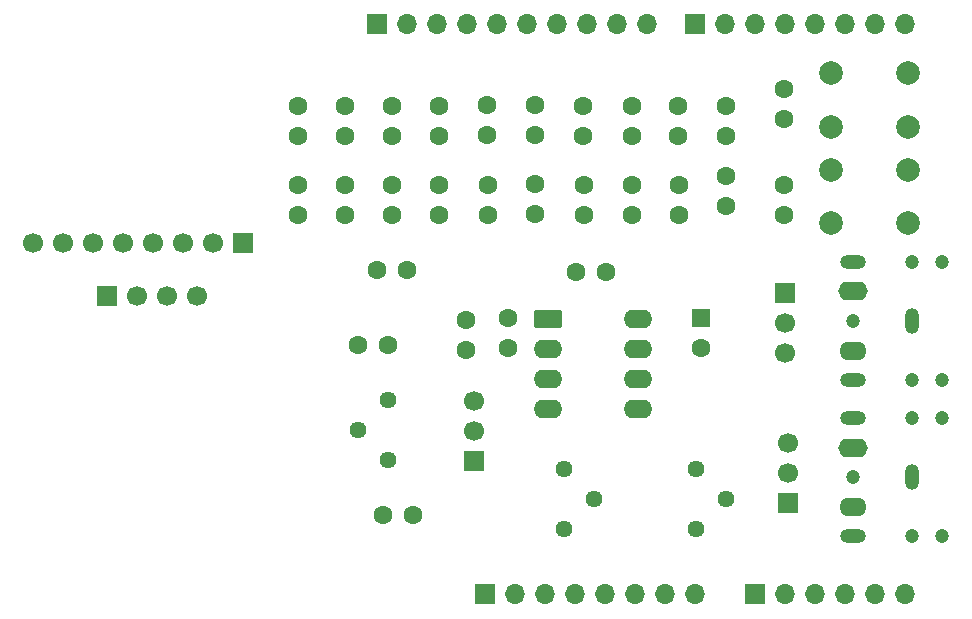
<source format=gbr>
%TF.GenerationSoftware,KiCad,Pcbnew,9.0.7*%
%TF.CreationDate,2026-02-04T17:26:36-07:00*%
%TF.ProjectId,Uno_Shield_DSP_Class_v1,556e6f5f-5368-4696-956c-645f4453505f,rev?*%
%TF.SameCoordinates,Original*%
%TF.FileFunction,Soldermask,Bot*%
%TF.FilePolarity,Negative*%
%FSLAX46Y46*%
G04 Gerber Fmt 4.6, Leading zero omitted, Abs format (unit mm)*
G04 Created by KiCad (PCBNEW 9.0.7) date 2026-02-04 17:26:36*
%MOMM*%
%LPD*%
G01*
G04 APERTURE LIST*
G04 Aperture macros list*
%AMRoundRect*
0 Rectangle with rounded corners*
0 $1 Rounding radius*
0 $2 $3 $4 $5 $6 $7 $8 $9 X,Y pos of 4 corners*
0 Add a 4 corners polygon primitive as box body*
4,1,4,$2,$3,$4,$5,$6,$7,$8,$9,$2,$3,0*
0 Add four circle primitives for the rounded corners*
1,1,$1+$1,$2,$3*
1,1,$1+$1,$4,$5*
1,1,$1+$1,$6,$7*
1,1,$1+$1,$8,$9*
0 Add four rect primitives between the rounded corners*
20,1,$1+$1,$2,$3,$4,$5,0*
20,1,$1+$1,$4,$5,$6,$7,0*
20,1,$1+$1,$6,$7,$8,$9,0*
20,1,$1+$1,$8,$9,$2,$3,0*%
G04 Aperture macros list end*
%ADD10R,1.700000X1.700000*%
%ADD11O,1.700000X1.700000*%
%ADD12C,1.600000*%
%ADD13C,2.000000*%
%ADD14C,1.700000*%
%ADD15C,1.200000*%
%ADD16O,2.200000X1.200000*%
%ADD17O,2.300000X1.600000*%
%ADD18O,1.200000X2.200000*%
%ADD19O,2.500000X1.600000*%
%ADD20RoundRect,0.250000X-0.550000X0.550000X-0.550000X-0.550000X0.550000X-0.550000X0.550000X0.550000X0*%
%ADD21C,1.440000*%
%ADD22RoundRect,0.250000X-0.950000X-0.550000X0.950000X-0.550000X0.950000X0.550000X-0.950000X0.550000X0*%
%ADD23O,2.400000X1.600000*%
G04 APERTURE END LIST*
D10*
%TO.C,J1*%
X127940000Y-97460000D03*
D11*
X130480000Y-97460000D03*
X133020000Y-97460000D03*
X135560000Y-97460000D03*
X138100000Y-97460000D03*
X140640000Y-97460000D03*
X143180000Y-97460000D03*
X145720000Y-97460000D03*
%TD*%
D10*
%TO.C,J3*%
X150800000Y-97460000D03*
D11*
X153340000Y-97460000D03*
X155880000Y-97460000D03*
X158420000Y-97460000D03*
X160960000Y-97460000D03*
X163500000Y-97460000D03*
%TD*%
D10*
%TO.C,J2*%
X118796000Y-49200000D03*
D11*
X121336000Y-49200000D03*
X123876000Y-49200000D03*
X126416000Y-49200000D03*
X128956000Y-49200000D03*
X131496000Y-49200000D03*
X134036000Y-49200000D03*
X136576000Y-49200000D03*
X139116000Y-49200000D03*
X141656000Y-49200000D03*
%TD*%
D10*
%TO.C,J4*%
X145720000Y-49200000D03*
D11*
X148260000Y-49200000D03*
X150800000Y-49200000D03*
X153340000Y-49200000D03*
X155880000Y-49200000D03*
X158420000Y-49200000D03*
X160960000Y-49200000D03*
X163500000Y-49200000D03*
%TD*%
D12*
%TO.C,R9*%
X136350000Y-62810000D03*
X136350000Y-65350000D03*
%TD*%
%TO.C,R13*%
X128150000Y-62820000D03*
X128150000Y-65360000D03*
%TD*%
%TO.C,R14*%
X128130000Y-58620000D03*
X128130000Y-56080000D03*
%TD*%
%TO.C,R18*%
X120050000Y-58670000D03*
X120050000Y-56130000D03*
%TD*%
%TO.C,R4*%
X148320000Y-58690000D03*
X148320000Y-56150000D03*
%TD*%
%TO.C,R15*%
X124070000Y-62810000D03*
X124070000Y-65350000D03*
%TD*%
%TO.C,R19*%
X116080000Y-62840000D03*
X116080000Y-65380000D03*
%TD*%
%TO.C,C2*%
X129890000Y-76600000D03*
X129890000Y-74100000D03*
%TD*%
%TO.C,R7*%
X140350000Y-62820000D03*
X140350000Y-65360000D03*
%TD*%
%TO.C,R21*%
X112090000Y-62840000D03*
X112090000Y-65380000D03*
%TD*%
D13*
%TO.C,SW2*%
X163710000Y-66050000D03*
X157210000Y-66050000D03*
X163710000Y-61550000D03*
X157210000Y-61550000D03*
%TD*%
D12*
%TO.C,R20*%
X116090000Y-58670000D03*
X116090000Y-56130000D03*
%TD*%
%TO.C,R6*%
X144310000Y-58680000D03*
X144310000Y-56140000D03*
%TD*%
D10*
%TO.C,J7*%
X153310000Y-71920000D03*
D14*
X153310000Y-74460000D03*
X153310000Y-77000000D03*
%TD*%
D12*
%TO.C,R10*%
X136270000Y-58650000D03*
X136270000Y-56110000D03*
%TD*%
D10*
%TO.C,J5*%
X107460000Y-67730000D03*
D14*
X104920000Y-67730000D03*
X102380000Y-67730000D03*
X99840000Y-67730000D03*
X97300000Y-67730000D03*
X94760000Y-67730000D03*
X92220000Y-67730000D03*
X89680000Y-67730000D03*
%TD*%
D12*
%TO.C,R26*%
X119260000Y-90790000D03*
X121800000Y-90790000D03*
%TD*%
D15*
%TO.C,J11*%
X164090000Y-79330000D03*
X166590000Y-79330000D03*
X159090000Y-74330000D03*
X164090000Y-69330000D03*
X166590000Y-69330000D03*
D16*
X159090000Y-79330000D03*
D17*
X159090000Y-76830000D03*
D18*
X164090000Y-74330000D03*
D16*
X159090000Y-69330000D03*
D19*
X159090000Y-71830000D03*
%TD*%
D12*
%TO.C,R5*%
X144370000Y-62850000D03*
X144370000Y-65390000D03*
%TD*%
D20*
%TO.C,C1*%
X146210000Y-74107620D03*
D12*
X146210000Y-76607620D03*
%TD*%
%TO.C,R24*%
X126360000Y-74240000D03*
X126360000Y-76780000D03*
%TD*%
%TO.C,R12*%
X132180000Y-58620000D03*
X132180000Y-56080000D03*
%TD*%
D13*
%TO.C,SW1*%
X163710000Y-57870000D03*
X157210000Y-57870000D03*
X163710000Y-53370000D03*
X157210000Y-53370000D03*
%TD*%
D12*
%TO.C,R11*%
X132180000Y-62770000D03*
X132180000Y-65310000D03*
%TD*%
%TO.C,R22*%
X112130000Y-58650000D03*
X112130000Y-56110000D03*
%TD*%
D10*
%TO.C,J12*%
X153620000Y-89780000D03*
D14*
X153620000Y-87240000D03*
X153620000Y-84700000D03*
%TD*%
D12*
%TO.C,R1*%
X153220000Y-54670000D03*
X153220000Y-57210000D03*
%TD*%
%TO.C,R27*%
X138180000Y-70180000D03*
X135640000Y-70180000D03*
%TD*%
%TO.C,R17*%
X120030000Y-62800000D03*
X120030000Y-65340000D03*
%TD*%
%TO.C,R25*%
X117180000Y-76360000D03*
X119720000Y-76360000D03*
%TD*%
%TO.C,R16*%
X124070000Y-58650000D03*
X124070000Y-56110000D03*
%TD*%
D21*
%TO.C,RV1*%
X134610000Y-91950000D03*
X137150000Y-89410000D03*
X134610000Y-86870000D03*
%TD*%
D12*
%TO.C,R2*%
X153260000Y-62810000D03*
X153260000Y-65350000D03*
%TD*%
D22*
%TO.C,U1*%
X133300000Y-74170000D03*
D23*
X133300000Y-76710000D03*
X133300000Y-79250000D03*
X133300000Y-81790000D03*
X140920000Y-81790000D03*
X140920000Y-79250000D03*
X140920000Y-76710000D03*
X140920000Y-74170000D03*
%TD*%
D10*
%TO.C,J9*%
X127040000Y-86170000D03*
D14*
X127040000Y-83630000D03*
X127040000Y-81090000D03*
%TD*%
D12*
%TO.C,R3*%
X148340000Y-64610000D03*
X148340000Y-62070000D03*
%TD*%
D15*
%TO.C,J10*%
X164090000Y-92540000D03*
X166590000Y-92540000D03*
X159090000Y-87540000D03*
X164090000Y-82540000D03*
X166590000Y-82540000D03*
D16*
X159090000Y-92540000D03*
D17*
X159090000Y-90040000D03*
D18*
X164090000Y-87540000D03*
D16*
X159090000Y-82540000D03*
D19*
X159090000Y-85040000D03*
%TD*%
D21*
%TO.C,RV3*%
X119705000Y-81000000D03*
X117165000Y-83540000D03*
X119705000Y-86080000D03*
%TD*%
%TO.C,RV2*%
X145810000Y-91950000D03*
X148350000Y-89410000D03*
X145810000Y-86870000D03*
%TD*%
D12*
%TO.C,R8*%
X140370000Y-58690000D03*
X140370000Y-56150000D03*
%TD*%
D10*
%TO.C,J6*%
X95900000Y-72240000D03*
D14*
X98440000Y-72240000D03*
X100980000Y-72240000D03*
X103520000Y-72240000D03*
%TD*%
D12*
%TO.C,R23*%
X121370000Y-70040000D03*
X118830000Y-70040000D03*
%TD*%
M02*

</source>
